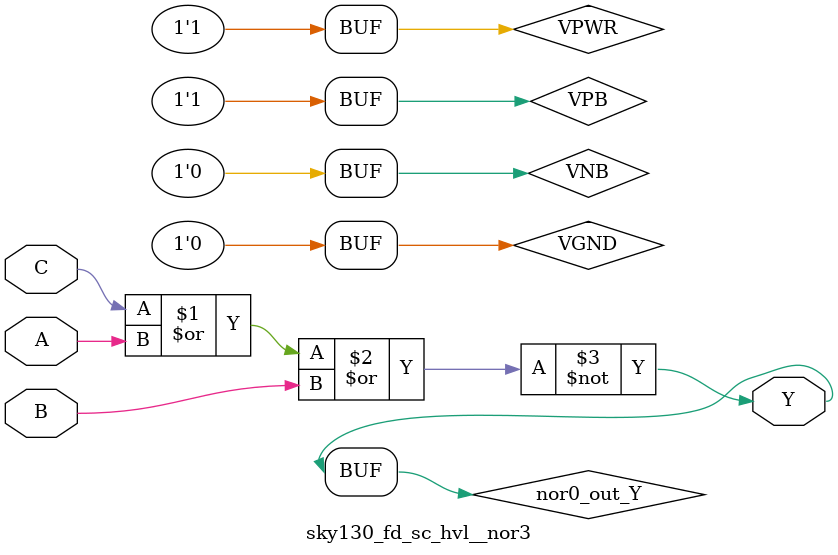
<source format=v>
/*
 * Copyright 2020 The SkyWater PDK Authors
 *
 * Licensed under the Apache License, Version 2.0 (the "License");
 * you may not use this file except in compliance with the License.
 * You may obtain a copy of the License at
 *
 *     https://www.apache.org/licenses/LICENSE-2.0
 *
 * Unless required by applicable law or agreed to in writing, software
 * distributed under the License is distributed on an "AS IS" BASIS,
 * WITHOUT WARRANTIES OR CONDITIONS OF ANY KIND, either express or implied.
 * See the License for the specific language governing permissions and
 * limitations under the License.
 *
 * SPDX-License-Identifier: Apache-2.0
*/


`ifndef SKY130_FD_SC_HVL__NOR3_TIMING_V
`define SKY130_FD_SC_HVL__NOR3_TIMING_V

/**
 * nor3: 3-input NOR.
 *
 *       Y = !(A | B | C | !D)
 *
 * Verilog simulation timing model.
 */

`timescale 1ns / 1ps
`default_nettype none

`celldefine
module sky130_fd_sc_hvl__nor3 (
    Y,
    A,
    B,
    C
);

    // Module ports
    output Y;
    input  A;
    input  B;
    input  C;

    // Module supplies
    supply1 VPWR;
    supply0 VGND;
    supply1 VPB ;
    supply0 VNB ;

    // Local signals
    wire nor0_out_Y;

    //  Name  Output      Other arguments
    nor nor0 (nor0_out_Y, C, A, B        );
    buf buf0 (Y         , nor0_out_Y     );

endmodule
`endcelldefine

`default_nettype wire
`endif  // SKY130_FD_SC_HVL__NOR3_TIMING_V

</source>
